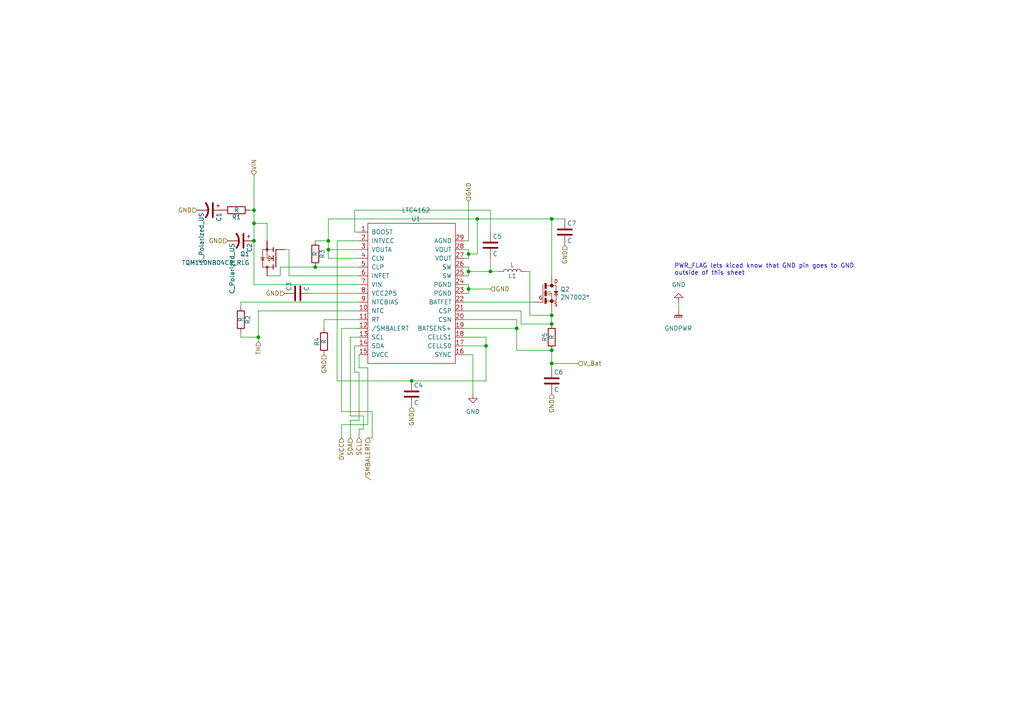
<source format=kicad_sch>
(kicad_sch (version 20211123) (generator eeschema)
  (paper "A4")
  (lib_symbols
    (symbol "2N7002_:2N7002*" (pin_numbers hide) (pin_names (offset 1.016) hide)
      (property "Reference" "Q" (at 2.54 0 0))
      (property "Value" "2N7002*" (at 2.54 -2.54 0))
      (symbol "2N7002*_0_0"
        (rectangle (start -2.032 -2.921) (end -1.524 -1.397) (fill (type outline)))
        (rectangle (start -2.032 -0.762) (end -1.524 0.762) (fill (type outline)))
        (rectangle (start -2.032 1.397) (end -1.524 2.921) (fill (type outline)))
        (circle (center 0 -2.2352) (radius 0.127) (stroke (width 0.4064)))
        (polyline (pts (xy -2.54 -2.54) (xy -2.54 2.54)) (stroke (width 0.1524)))
        (polyline (pts (xy -1.6002 -2.2352) (xy 0 -2.2352)) (stroke (width 0.1524)))
        (polyline (pts (xy -1.6002 2.2352) (xy 0 2.2352)) (stroke (width 0.1524)))
        (polyline (pts (xy -0.508 0) (xy 0 0)) (stroke (width 0.1524)))
        (polyline (pts (xy 0 -2.2352) (xy 0 -2.54)) (stroke (width 0.1524)))
        (polyline (pts (xy 0 0) (xy 0 -2.2352)) (stroke (width 0.1524)))
        (polyline (pts (xy 0 2.2352) (xy 1.27 2.2352)) (stroke (width 0.1524)))
        (polyline (pts (xy 0 2.54) (xy 0 2.2352)) (stroke (width 0.1524)))
        (polyline (pts (xy 1.27 -2.2352) (xy 0 -2.2352)) (stroke (width 0.1524)))
        (polyline (pts (xy 1.27 2.2352) (xy 1.27 -2.2352)) (stroke (width 0.1524)))
        (polyline (pts (xy -1.524 0) (xy -0.508 0.635) (xy -0.508 -0.635) (xy -1.524 0)) (stroke (width 0.1016)) (fill (type background)))
        (polyline (pts (xy 1.27 0.3302) (xy 0.762 -0.4572) (xy 1.778 -0.4572) (xy 1.27 0.3302)) (stroke (width 0.1524)) (fill (type background)))
        (circle (center 0 2.2352) (radius 0.127) (stroke (width 0.4064)))
        (rectangle (start 0.762 0.3302) (end 1.778 0.5842) (fill (type outline)))
        (text "D" (at 0.635 2.8702 0) (effects (font (size 1.016 1.016)) (justify left bottom)))
        (text "G" (at -3.81 -1.905 0) (effects (font (size 1.016 1.016)) (justify left bottom)))
        (text "S" (at 0.635 -3.81 0) (effects (font (size 1.016 1.016)) (justify left bottom)))
        (pin passive line (at -5.08 -2.54 0) (length 2.54) (name "~") (number "1"))
        (pin passive line (at 0 -5.08 90) (length 2.54) (name "~") (number "2"))
        (pin passive line (at 0 5.08 270) (length 2.54) (name "~") (number "3"))
      )
    )
    (symbol "Device:C" (pin_numbers hide) (pin_names (offset 0.254))
      (property "Reference" "C" (at 0.635 2.54 0))
      (property "Value" "C" (at 0.635 -2.54 0))
      (symbol "C_0_1"
        (polyline (pts (xy -2.032 -0.762) (xy 2.032 -0.762)) (stroke (width 0.508)))
        (polyline (pts (xy -2.032 0.762) (xy 2.032 0.762)) (stroke (width 0.508)))
      )
      (symbol "C_1_1"
        (pin passive line (at 0 3.81 270) (length 2.794) (name "~") (number "1"))
        (pin passive line (at 0 -3.81 90) (length 2.794) (name "~") (number "2"))
      )
    )
    (symbol "Device:C_Polarized_US" (pin_numbers hide) (pin_names (offset 0.254) hide)
      (property "Reference" "C" (at 0.635 2.54 0))
      (property "Value" "C_Polarized_US" (at 0.635 -2.54 0))
      (symbol "C_Polarized_US_0_1"
        (polyline (pts (xy -2.032 0.762) (xy 2.032 0.762)) (stroke (width 0.508)))
        (polyline (pts (xy -1.778 2.286) (xy -0.762 2.286)))
        (polyline (pts (xy -1.27 1.778) (xy -1.27 2.794)))
        (arc (start 2.032 -1.27) (mid 0 -0.5572) (end -2.032 -1.27) (stroke (width 0.508)))
      )
      (symbol "C_Polarized_US_1_1"
        (pin passive line (at 0 3.81 270) (length 2.794) (name "~") (number "1"))
        (pin passive line (at 0 -3.81 90) (length 3.302) (name "~") (number "2"))
      )
    )
    (symbol "Device:L" (pin_numbers hide) (pin_names (offset 1.016) hide)
      (property "Reference" "L" (at -1.27 0 90))
      (property "Value" "L" (at 1.905 0 90))
      (symbol "L_0_1"
        (arc (start 0 -2.54) (mid 0.635 -1.905) (end 0 -1.27))
        (arc (start 0 -1.27) (mid 0.635 -0.635) (end 0 0))
        (arc (start 0 0) (mid 0.635 0.635) (end 0 1.27))
        (arc (start 0 1.27) (mid 0.635 1.905) (end 0 2.54))
      )
      (symbol "L_1_1"
        (pin passive line (at 0 3.81 270) (length 1.27) (name "1") (number "1"))
        (pin passive line (at 0 -3.81 90) (length 1.27) (name "2") (number "2"))
      )
    )
    (symbol "Device:R" (pin_numbers hide) (pin_names (offset 0))
      (property "Reference" "R" (at 2.032 0 90))
      (property "Value" "R" (at 0 0 90))
      (symbol "R_0_1"
        (rectangle (start -1.016 -2.54) (end 1.016 2.54) (stroke (width 0.254)))
      )
      (symbol "R_1_1"
        (pin passive line (at 0 3.81 270) (length 1.27) (name "~") (number "1"))
        (pin passive line (at 0 -3.81 90) (length 1.27) (name "~") (number "2"))
      )
    )
    (symbol "LTC4162IUFD:LTC4162" (pin_names (offset 1.016))
      (property "Reference" "U" (at 0 21.59 0))
      (property "Value" "LTC4162" (at 0 24.13 0))
      (symbol "LTC4162_0_1"
        (rectangle (start -13.97 20.32) (end 11.43 -20.32))
      )
      (symbol "LTC4162_1_1"
        (pin input line (at -16.51 17.78 0) (length 2.54) (name "BOOST") (number "1"))
        (pin input line (at -16.51 -5.08 0) (length 2.54) (name "NTC") (number "10"))
        (pin input line (at -16.51 -7.62 0) (length 2.54) (name "RT") (number "11"))
        (pin input line (at -16.51 -10.16 0) (length 2.54) (name "/SMBALERT") (number "12"))
        (pin input line (at -16.51 -12.7 0) (length 2.54) (name "SCL") (number "13"))
        (pin input line (at -16.51 -15.24 0) (length 2.54) (name "SDA") (number "14"))
        (pin input line (at -16.51 -17.78 0) (length 2.54) (name "DVCC") (number "15"))
        (pin input line (at 13.97 -17.78 180) (length 2.54) (name "SYNC") (number "16"))
        (pin input line (at 13.97 -15.24 180) (length 2.54) (name "CELLS0") (number "17"))
        (pin input line (at 13.97 -12.7 180) (length 2.54) (name "CELLS1") (number "18"))
        (pin input line (at 13.97 -10.16 180) (length 2.54) (name "BATSENS+") (number "19"))
        (pin input line (at -16.51 15.24 0) (length 2.54) (name "INTVCC") (number "2"))
        (pin input line (at 13.97 -7.62 180) (length 2.54) (name "CSN") (number "20"))
        (pin input line (at 13.97 -5.08 180) (length 2.54) (name "CSP") (number "21"))
        (pin input line (at 13.97 -2.54 180) (length 2.54) (name "BATFET") (number "22"))
        (pin input line (at 13.97 0 180) (length 2.54) (name "PGND") (number "23"))
        (pin input line (at 13.97 2.54 180) (length 2.54) (name "PGND") (number "24"))
        (pin input line (at 13.97 5.08 180) (length 2.54) (name "SW") (number "25"))
        (pin input line (at 13.97 7.62 180) (length 2.54) (name "SW") (number "26"))
        (pin input line (at 13.97 10.16 180) (length 2.54) (name "VOUT") (number "27"))
        (pin input line (at 13.97 12.7 180) (length 2.54) (name "VOUT") (number "28"))
        (pin input line (at 13.97 15.24 180) (length 2.54) (name "AGND") (number "29"))
        (pin input line (at -16.51 12.7 0) (length 2.54) (name "VOUTA") (number "3"))
        (pin input line (at -16.51 10.16 0) (length 2.54) (name "CLN") (number "4"))
        (pin input line (at -16.51 7.62 0) (length 2.54) (name "CLP") (number "5"))
        (pin input line (at -16.51 5.08 0) (length 2.54) (name "INFET") (number "6"))
        (pin input line (at -16.51 2.54 0) (length 2.54) (name "VIN") (number "7"))
        (pin input line (at -16.51 0 0) (length 2.54) (name "VCC2P5") (number "8"))
        (pin input line (at -16.51 -2.54 0) (length 2.54) (name "NTCBIAS") (number "9"))
      )
    )
    (symbol "TQM110NB04CR_RLG:TQM110NB04CR_RLG" (pin_numbers hide) (pin_names (offset 1.016) hide)
      (property "Reference" "Q" (at -8.89 2.54 0))
      (property "Value" "TQM110NB04CR_RLG" (at -8.89 -7.62 0))
      (symbol "TQM110NB04CR_RLG_0_0"
        (polyline (pts (xy 0 2.54) (xy 0 -2.54)) (stroke (width 0.254)))
        (polyline (pts (xy 0.762 -2.54) (xy 0.762 -3.175)) (stroke (width 0.254)))
        (polyline (pts (xy 0.762 -1.905) (xy 0.762 -2.54)) (stroke (width 0.254)))
        (polyline (pts (xy 0.762 0) (xy 0.762 -0.762)) (stroke (width 0.254)))
        (polyline (pts (xy 0.762 0) (xy 2.54 0)) (stroke (width 0.1524)))
        (polyline (pts (xy 0.762 0.762) (xy 0.762 0)) (stroke (width 0.254)))
        (polyline (pts (xy 0.762 2.54) (xy 0.762 1.905)) (stroke (width 0.254)))
        (polyline (pts (xy 0.762 2.54) (xy 3.81 2.54)) (stroke (width 0.1524)))
        (polyline (pts (xy 0.762 3.175) (xy 0.762 2.54)) (stroke (width 0.254)))
        (polyline (pts (xy 2.54 -2.54) (xy 0.762 -2.54)) (stroke (width 0.1524)))
        (polyline (pts (xy 2.54 -2.54) (xy 3.81 -2.54)) (stroke (width 0.1524)))
        (polyline (pts (xy 2.54 0) (xy 2.54 -2.54)) (stroke (width 0.1524)))
        (polyline (pts (xy 3.81 0.508) (xy 3.302 0.508)) (stroke (width 0.1524)))
        (polyline (pts (xy 3.81 0.508) (xy 3.81 -2.54)) (stroke (width 0.1524)))
        (polyline (pts (xy 3.81 2.54) (xy 3.81 0.508)) (stroke (width 0.1524)))
        (polyline (pts (xy 4.318 0.508) (xy 3.81 0.508)) (stroke (width 0.1524)))
        (polyline (pts (xy 1.016 0) (xy 2.032 0.762) (xy 2.032 -0.762) (xy 1.016 0)) (stroke (width 0.1524)) (fill (type background)))
        (polyline (pts (xy 3.81 0.508) (xy 3.302 -0.254) (xy 4.318 -0.254) (xy 3.81 0.508)) (stroke (width 0.1524)) (fill (type background)))
        (circle (center 2.54 -2.54) (radius 0.3556))
        (circle (center 2.54 2.54) (radius 0.3556))
        (pin passive line (at 2.54 -5.08 90) (length 2.54) (name "~") (number "1"))
        (pin passive line (at 2.54 -5.08 90) (length 2.54) (name "~") (number "2"))
        (pin passive line (at 2.54 -5.08 90) (length 2.54) (name "~") (number "3"))
        (pin passive line (at -2.54 -2.54 0) (length 2.54) (name "~") (number "4"))
        (pin passive line (at 2.54 5.08 270) (length 2.54) (name "~") (number "5_8"))
      )
    )
    (symbol "power:GND" (power) (pin_names (offset 0))
      (property "Value" "GND" (at 0 -3.81 0))
      (symbol "GND_0_1"
        (polyline (pts (xy 0 0) (xy 0 -1.27) (xy 1.27 -1.27) (xy 0 -2.54) (xy -1.27 -1.27) (xy 0 -1.27)))
      )
      (symbol "GND_1_1"
        (pin power_in line (at 0 0 270) (length 0) hide (name "GND") (number "1"))
      )
    )
    (symbol "power:GNDPWR" (power) (pin_names (offset 0))
      (property "Value" "GNDPWR" (at 0 -3.302 0))
      (symbol "GNDPWR_0_1"
        (polyline (pts (xy 0 -1.27) (xy 0 0)))
        (polyline (pts (xy -1.016 -1.27) (xy -1.27 -2.032) (xy -1.27 -2.032)) (stroke (width 0.2032)))
        (polyline (pts (xy -0.508 -1.27) (xy -0.762 -2.032) (xy -0.762 -2.032)) (stroke (width 0.2032)))
        (polyline (pts (xy 0 -1.27) (xy -0.254 -2.032) (xy -0.254 -2.032)) (stroke (width 0.2032)))
        (polyline (pts (xy 0.508 -1.27) (xy 0.254 -2.032) (xy 0.254 -2.032)) (stroke (width 0.2032)))
        (polyline (pts (xy 1.016 -1.27) (xy -1.016 -1.27) (xy -1.016 -1.27)) (stroke (width 0.2032)))
        (polyline (pts (xy 1.016 -1.27) (xy 0.762 -2.032) (xy 0.762 -2.032) (xy 0.762 -2.032)) (stroke (width 0.2032)))
      )
      (symbol "GNDPWR_1_1"
        (pin power_in line (at 0 0 270) (length 0) hide (name "GNDPWR") (number "1"))
      )
    )
  )
  (junction (at 138.43 63.5))
  (junction (at 160.02 63.5))
  (junction (at 160.02 105.41))
  (junction (at 73.66 60.96))
  (junction (at 135.89 83.82))
  (junction (at 149.86 95.25))
  (junction (at 91.44 77.47))
  (junction (at 160.02 91.44))
  (junction (at 73.66 64.77))
  (junction (at 95.25 72.39))
  (junction (at 142.24 78.74))
  (junction (at 95.25 69.85))
  (junction (at 160.02 101.6))
  (junction (at 119.38 110.49))
  (junction (at 140.97 100.33))
  (junction (at 135.89 78.74))
  (junction (at 160.02 93.98))
  (junction (at 73.66 69.85))
  (junction (at 135.89 73.66))
  (junction (at 74.93 97.79))
  (wire (pts (xy 135.89 73.66) (xy 138.43 73.66)))
  (wire (pts (xy 104.14 87.63) (xy 69.85 87.63)))
  (wire (pts (xy 73.66 50.8) (xy 73.66 60.96)))
  (wire (pts (xy 140.97 100.33) (xy 140.97 110.49)))
  (wire (pts (xy 77.47 80.01) (xy 81.28 80.01)))
  (wire (pts (xy 97.79 110.49) (xy 119.38 110.49)))
  (wire (pts (xy 160.02 101.6) (xy 160.02 105.41)))
  (wire (pts (xy 151.13 90.17) (xy 151.13 93.98)))
  (wire (pts (xy 95.25 69.85) (xy 95.25 72.39)))
  (wire (pts (xy 83.82 80.01) (xy 104.14 80.01)))
  (wire (pts (xy 106.68 123.19) (xy 99.06 123.19)))
  (wire (pts (xy 91.44 77.47) (xy 104.14 77.47)))
  (wire (pts (xy 101.6 97.79) (xy 101.6 120.65)))
  (wire (pts (xy 95.25 72.39) (xy 95.25 74.93)))
  (wire (pts (xy 73.66 60.96) (xy 73.66 64.77)))
  (wire (pts (xy 101.6 120.65) (xy 105.41 120.65)))
  (wire (pts (xy 102.87 100.33) (xy 102.87 107.95)))
  (wire (pts (xy 104.14 92.71) (xy 93.98 92.71)))
  (wire (pts (xy 135.89 80.01) (xy 134.62 80.01)))
  (wire (pts (xy 69.85 87.63) (xy 69.85 88.9)))
  (wire (pts (xy 149.86 101.6) (xy 160.02 101.6)))
  (wire (pts (xy 134.62 102.87) (xy 137.16 102.87)))
  (wire (pts (xy 142.24 78.74) (xy 144.78 78.74)))
  (wire (pts (xy 73.66 69.85) (xy 73.66 64.77)))
  (wire (pts (xy 138.43 73.66) (xy 138.43 63.5)))
  (wire (pts (xy 74.93 97.79) (xy 74.93 99.06)))
  (wire (pts (xy 160.02 80.01) (xy 160.02 63.5)))
  (wire (pts (xy 149.86 95.25) (xy 149.86 101.6)))
  (wire (pts (xy 135.89 78.74) (xy 142.24 78.74)))
  (wire (pts (xy 140.97 97.79) (xy 140.97 100.33)))
  (wire (pts (xy 102.87 60.96) (xy 142.24 60.96)))
  (wire (pts (xy 82.55 72.39) (xy 83.82 72.39)))
  (wire (pts (xy 135.89 83.82) (xy 142.24 83.82)))
  (wire (pts (xy 135.89 72.39) (xy 135.89 73.66)))
  (wire (pts (xy 104.14 82.55) (xy 73.66 82.55)))
  (wire (pts (xy 134.62 97.79) (xy 140.97 97.79)))
  (wire (pts (xy 134.62 92.71) (xy 149.86 92.71)))
  (wire (pts (xy 95.25 72.39) (xy 104.14 72.39)))
  (wire (pts (xy 107.95 127) (xy 106.68 127)))
  (wire (pts (xy 135.89 69.85) (xy 134.62 69.85)))
  (wire (pts (xy 152.4 78.74) (xy 153.67 78.74)))
  (wire (pts (xy 73.66 82.55) (xy 73.66 69.85)))
  (wire (pts (xy 93.98 92.71) (xy 93.98 95.25)))
  (wire (pts (xy 134.62 95.25) (xy 149.86 95.25)))
  (wire (pts (xy 99.06 95.25) (xy 99.06 119.38)))
  (wire (pts (xy 104.14 106.68) (xy 104.14 102.87)))
  (wire (pts (xy 99.06 95.25) (xy 104.14 95.25)))
  (wire (pts (xy 97.79 69.85) (xy 97.79 110.49)))
  (wire (pts (xy 99.06 119.38) (xy 107.95 119.38)))
  (wire (pts (xy 104.14 67.31) (xy 102.87 67.31)))
  (wire (pts (xy 104.14 107.95) (xy 104.14 121.92)))
  (wire (pts (xy 95.25 63.5) (xy 95.25 69.85)))
  (wire (pts (xy 142.24 78.74) (xy 142.24 74.93)))
  (wire (pts (xy 99.06 123.19) (xy 99.06 127)))
  (wire (pts (xy 102.87 107.95) (xy 104.14 107.95)))
  (wire (pts (xy 135.89 69.85) (xy 135.89 58.42)))
  (wire (pts (xy 106.68 106.68) (xy 104.14 106.68)))
  (wire (pts (xy 153.67 91.44) (xy 160.02 91.44)))
  (wire (pts (xy 69.85 96.52) (xy 69.85 97.79)))
  (wire (pts (xy 81.28 80.01) (xy 81.28 77.47)))
  (wire (pts (xy 105.41 124.46) (xy 104.14 124.46)))
  (wire (pts (xy 95.25 63.5) (xy 138.43 63.5)))
  (wire (pts (xy 104.14 90.17) (xy 74.93 90.17)))
  (wire (pts (xy 160.02 91.44) (xy 160.02 93.98)))
  (wire (pts (xy 160.02 63.5) (xy 163.83 63.5)))
  (wire (pts (xy 196.85 87.63) (xy 196.85 90.17)))
  (wire (pts (xy 160.02 105.41) (xy 167.64 105.41)))
  (wire (pts (xy 134.62 100.33) (xy 140.97 100.33)))
  (wire (pts (xy 104.14 124.46) (xy 104.14 127)))
  (wire (pts (xy 134.62 82.55) (xy 135.89 82.55)))
  (wire (pts (xy 135.89 78.74) (xy 135.89 80.01)))
  (wire (pts (xy 102.87 67.31) (xy 102.87 60.96)))
  (wire (pts (xy 106.68 106.68) (xy 106.68 123.19)))
  (wire (pts (xy 135.89 82.55) (xy 135.89 83.82)))
  (wire (pts (xy 107.95 119.38) (xy 107.95 127)))
  (wire (pts (xy 135.89 74.93) (xy 134.62 74.93)))
  (wire (pts (xy 74.93 90.17) (xy 74.93 97.79)))
  (wire (pts (xy 138.43 63.5) (xy 160.02 63.5)))
  (wire (pts (xy 135.89 85.09) (xy 134.62 85.09)))
  (wire (pts (xy 83.82 72.39) (xy 83.82 80.01)))
  (wire (pts (xy 77.47 64.77) (xy 73.66 64.77)))
  (wire (pts (xy 142.24 60.96) (xy 142.24 67.31)))
  (wire (pts (xy 104.14 100.33) (xy 102.87 100.33)))
  (wire (pts (xy 134.62 77.47) (xy 135.89 77.47)))
  (wire (pts (xy 95.25 74.93) (xy 104.14 74.93)))
  (wire (pts (xy 135.89 73.66) (xy 135.89 74.93)))
  (wire (pts (xy 160.02 91.44) (xy 160.02 90.17)))
  (wire (pts (xy 149.86 92.71) (xy 149.86 95.25)))
  (wire (pts (xy 104.14 85.09) (xy 90.17 85.09)))
  (wire (pts (xy 135.89 77.47) (xy 135.89 78.74)))
  (wire (pts (xy 135.89 83.82) (xy 135.89 85.09)))
  (wire (pts (xy 81.28 77.47) (xy 91.44 77.47)))
  (wire (pts (xy 160.02 105.41) (xy 160.02 106.68)))
  (wire (pts (xy 104.14 69.85) (xy 97.79 69.85)))
  (wire (pts (xy 91.44 69.85) (xy 95.25 69.85)))
  (wire (pts (xy 72.39 60.96) (xy 73.66 60.96)))
  (wire (pts (xy 151.13 93.98) (xy 160.02 93.98)))
  (wire (pts (xy 104.14 97.79) (xy 101.6 97.79)))
  (wire (pts (xy 119.38 110.49) (xy 140.97 110.49)))
  (wire (pts (xy 134.62 72.39) (xy 135.89 72.39)))
  (wire (pts (xy 101.6 121.92) (xy 101.6 127)))
  (wire (pts (xy 105.41 120.65) (xy 105.41 124.46)))
  (wire (pts (xy 104.14 121.92) (xy 101.6 121.92)))
  (wire (pts (xy 154.94 87.63) (xy 134.62 87.63)))
  (wire (pts (xy 69.85 97.79) (xy 74.93 97.79)))
  (wire (pts (xy 153.67 78.74) (xy 153.67 91.44)))
  (wire (pts (xy 134.62 90.17) (xy 151.13 90.17)))
  (wire (pts (xy 77.47 69.85) (xy 77.47 64.77)))
  (wire (pts (xy 137.16 102.87) (xy 137.16 114.3)))
  (text "PWR_FLAG lets kicad know that GND pin goes to GND\noutside of this sheet" (at 195.58 80.01 0) (effects (font (size 1.27 1.27)) (justify left bottom)))
  (hierarchical_label "GND" (shape input) (at 93.98 102.87 270))
  (hierarchical_label "SDA" (shape input) (at 101.6 127 270))
  (hierarchical_label "GND" (shape input) (at 163.83 71.12 270))
  (hierarchical_label "SCL" (shape input) (at 104.14 127 270))
  (hierarchical_label "GND" (shape input) (at 160.02 114.3 270))
  (hierarchical_label "V_Bat" (shape input) (at 167.64 105.41 0))
  (hierarchical_label "{slash}SMBALERT" (shape input) (at 106.68 127 270))
  (hierarchical_label "GND" (shape input) (at 135.89 58.42 90))
  (hierarchical_label "GND" (shape input) (at 142.24 83.82 0))
  (hierarchical_label "GND" (shape input) (at 119.38 118.11 270))
  (hierarchical_label "GND" (shape input) (at 82.55 85.09 180))
  (hierarchical_label "DVCC" (shape input) (at 99.06 127 270))
  (hierarchical_label "GND" (shape input) (at 66.04 69.85 180))
  (hierarchical_label "GND" (shape input) (at 57.15 60.96 180))
  (hierarchical_label "TH" (shape input) (at 74.93 99.06 270))
  (hierarchical_label "VIN" (shape input) (at 73.66 50.8 90))
  (symbol (lib_id "LTC4162IUFD:LTC4162") (at 120.65 85.09 0) (unit 1)
    (property "Reference" "U1" (at 120.65 63.5 0))
    (property "Value" "LTC4162" (at 120.65 60.96 0))
    (property "Footprint" "LTC4162:QFN50P500X400X80-29N" (effects hide))
  )
  (symbol (lib_id "Device:C") (at 86.36 85.09 90) (unit 1)
    (property "Reference" "C3" (at 83.82 84.455 0) (effects (justify left)))
    (property "Value" "C" (at 88.9 84.455 0) (effects (justify left)))
    (property "Footprint" "Capacitor_SMD:C_0603_1608Metric_Pad1.08x0.95mm_HandSolder" (effects hide))
  )
  (symbol (lib_id "Device:R") (at 91.44 73.66 0) (unit 1)
    (property "Reference" "R3" (at 93.472 73.66 90))
    (property "Value" "R" (at 91.44 73.66 90))
    (property "Footprint" "Resistor_SMD:R_0603_1608Metric_Pad0.98x0.95mm_HandSolder" (effects hide))
  )
  (symbol (lib_id "Device:C") (at 163.83 67.31 0) (unit 1)
    (property "Reference" "C7" (at 164.465 64.77 0) (effects (justify left)))
    (property "Value" "C" (at 164.465 69.85 0) (effects (justify left)))
    (property "Footprint" "Capacitor_SMD:C_0603_1608Metric_Pad1.08x0.95mm_HandSolder" (effects hide))
  )
  (symbol (lib_id "Device:L") (at 148.59 78.74 90) (unit 1)
    (property "Reference" "L1" (at 148.59 80.01 90))
    (property "Value" "L" (at 148.59 76.835 90))
    (property "Footprint" "Inductor_SMD:L_0603_1608Metric_Pad1.05x0.95mm_HandSolder" (effects hide))
  )
  (symbol (lib_id "2N7002_:2N7002*") (at 160.02 85.09 0) (unit 1)
    (property "Reference" "Q2" (at 162.5092 83.9216 0) (effects (justify left)))
    (property "Value" "2N7002*" (at 162.5092 86.233 0) (effects (justify left)))
    (property "Footprint" "2N7002:SOT23" (effects hide))
  )
  (symbol (lib_id "Device:R") (at 93.98 99.06 180) (unit 1)
    (property "Reference" "R4" (at 91.948 99.06 90))
    (property "Value" "R" (at 93.98 99.06 90))
    (property "Footprint" "Resistor_SMD:R_0603_1608Metric_Pad0.98x0.95mm_HandSolder" (effects hide))
  )
  (symbol (lib_id "power:GND") (at 196.85 87.63 180) (unit 1)
    (property "Reference" "#PWR0110" (effects hide))
    (property "Value" "GND" (at 196.85 82.55 0))
  )
  (symbol (lib_id "Device:C") (at 160.02 110.49 0) (unit 1)
    (property "Reference" "C6" (at 160.655 107.95 0) (effects (justify left)))
    (property "Value" "C" (at 160.655 113.03 0) (effects (justify left)))
    (property "Footprint" "Capacitor_SMD:C_0603_1608Metric_Pad1.08x0.95mm_HandSolder" (effects hide))
  )
  (symbol (lib_id "Device:C") (at 119.38 114.3 0) (unit 1)
    (property "Reference" "C4" (at 120.015 111.76 0) (effects (justify left)))
    (property "Value" "C" (at 120.015 116.84 0) (effects (justify left)))
    (property "Footprint" "Capacitor_SMD:C_0603_1608Metric_Pad1.08x0.95mm_HandSolder" (effects hide))
  )
  (symbol (lib_id "power:GND") (at 137.16 114.3 0) (unit 1)
    (property "Reference" "#PWR0106" (effects hide))
    (property "Value" "GND" (at 137.16 119.38 0))
  )
  (symbol (lib_id "Device:C_Polarized_US") (at 60.96 60.96 270) (unit 1)
    (property "Reference" "C1" (at 63.5 61.595 0) (effects (justify left)))
    (property "Value" "C_Polarized_US" (at 58.42 61.595 0) (effects (justify left)))
    (property "Footprint" "Capacitor_SMD:C_1210_3225Metric_Pad1.33x2.70mm_HandSolder" (effects hide))
  )
  (symbol (lib_id "power:GNDPWR") (at 196.85 90.17 0) (unit 1)
    (property "Reference" "#PWR0118" (effects hide))
    (property "Value" "GNDPWR" (at 196.723 95.25 0))
  )
  (symbol (lib_id "Device:R") (at 69.85 92.71 0) (unit 1)
    (property "Reference" "R2" (at 71.882 92.71 90))
    (property "Value" "R" (at 69.85 92.71 90))
    (property "Footprint" "Resistor_SMD:R_0603_1608Metric_Pad0.98x0.95mm_HandSolder" (effects hide))
  )
  (symbol (lib_id "Device:C") (at 142.24 71.12 0) (unit 1)
    (property "Reference" "C5" (at 142.875 68.58 0) (effects (justify left)))
    (property "Value" "C" (at 142.875 73.66 0) (effects (justify left)))
    (property "Footprint" "Capacitor_SMD:C_0603_1608Metric_Pad1.08x0.95mm_HandSolder" (effects hide))
  )
  (symbol (lib_id "TQM110NB04CR_RLG:TQM110NB04CR_RLG") (at 80.01 74.93 180) (unit 1)
    (property "Reference" "Q1" (at 72.39 73.66 0) (effects (justify left)))
    (property "Value" "TQM110NB04CR_RLG" (at 72.39 76.2 0) (effects (justify left)))
    (property "Footprint" "TQM110N:TRANS_TQM110NB04CR_RLG" (effects hide))
    (property "MAXIMUM_PACKAGE_HEIGHT" "1.1 mm" (effects hide))
    (property "PARTREV" "A1910" (effects hide))
    (property "MANUFACTURER" "Taiwan Semiconductor" (effects hide))
    (property "STANDARD" "Manufacturer Recommendations" (effects hide))
  )
  (symbol (lib_id "Device:C_Polarized_US") (at 69.85 69.85 270) (unit 1)
    (property "Reference" "C2" (at 72.39 70.485 0) (effects (justify left)))
    (property "Value" "C_Polarized_US" (at 67.31 70.485 0) (effects (justify left)))
    (property "Footprint" "Capacitor_SMD:C_0603_1608Metric_Pad1.08x0.95mm_HandSolder" (effects hide))
  )
  (symbol (lib_id "Device:R") (at 68.58 60.96 270) (unit 1)
    (property "Reference" "R1" (at 68.58 62.992 90))
    (property "Value" "R" (at 68.58 60.96 90))
    (property "Footprint" "Resistor_SMD:R_0603_1608Metric_Pad0.98x0.95mm_HandSolder" (effects hide))
  )
  (symbol (lib_id "Device:R") (at 160.02 97.79 180) (unit 1)
    (property "Reference" "R5" (at 157.988 97.79 90))
    (property "Value" "R" (at 160.02 97.79 90))
    (property "Footprint" "Resistor_SMD:R_0603_1608Metric_Pad0.98x0.95mm_HandSolder" (effects hide))
  )
)
</source>
